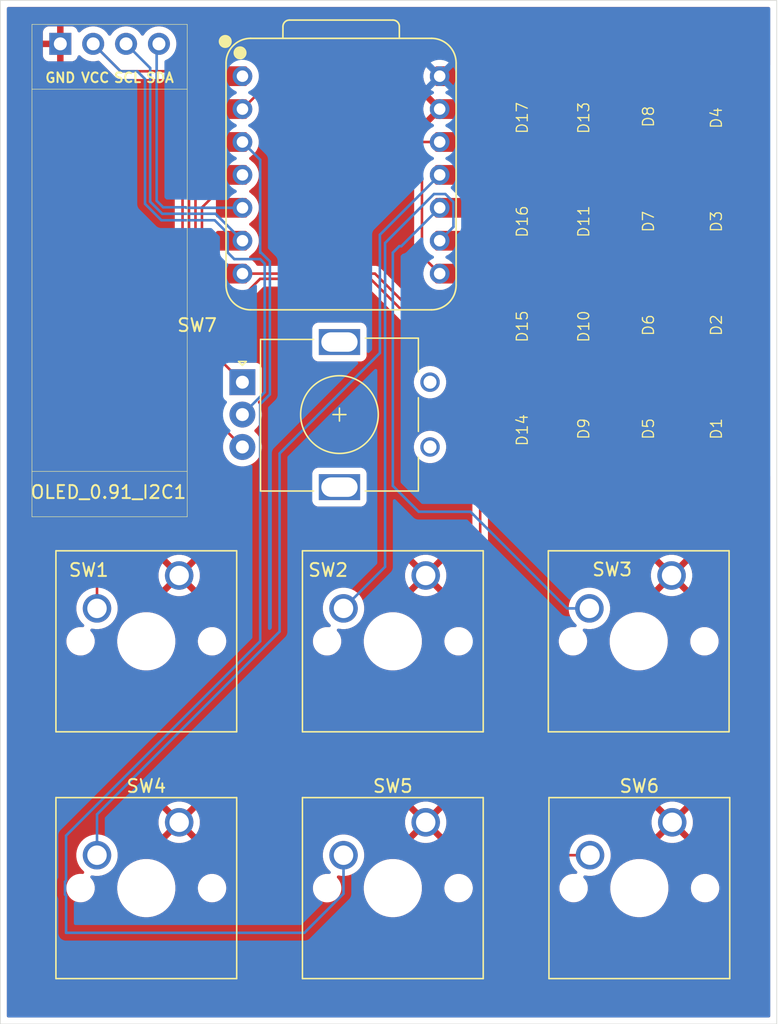
<source format=kicad_pcb>
(kicad_pcb (version 20241229) (generator "pcbnew") (generator_version "9.0")
  (layers (0 "F.Cu" signal) (2 "B.Cu" signal) (13 "F.Paste" user) (15 "B.Paste" user) (5 "F.SilkS" user "F.Silkscreen") (7 "B.SilkS" user "B.Silkscreen") (1 "F.Mask" user) (3 "B.Mask" user) (25 "Edge.Cuts" user))
  (net 0 "")
  (net 1 "Net-(D1-DOUT)")
  (net 2 "GND")
  (net 3 "Net-(D1-DIN)")
  (net 4 "+5V")
  (net 5 "Net-(D2-DOUT)")
  (net 6 "+3.3V")
  (net 7 "Net-(OLED_0.91_I2C1-SDA)")
  (net 8 "Net-(OLED_0.91_I2C1-SCL)")
  (net 9 "Net-(U1-GPIO1{slash}RX)")
  (net 10 "Net-(U1-GPIO2{slash}SCK)")
  (net 11 "Net-(U1-GPIO4{slash}MISO)")
  (net 12 "Net-(U1-GPIO3{slash}MOSI)")
  (net 13 "Net-(U1-GPIO28{slash}ADC2{slash}A2)")
  (net 14 "Net-(U1-GPIO29{slash}ADC3{slash}A3)")
  (net 15 "Net-(U1-GPIO27{slash}ADC1{slash}A1)")
  (net 16 "Net-(U1-GPIO26{slash}ADC0{slash}A0)")
  (net 17 "Net-(D4-DOUT)")
  (net 18 "Net-(D15-DOUT)")
  (net 19 "Net-(D14-DOUT)")
  (net 20 "Net-(D10-DIN)")
  (net 21 "Net-(D8-DOUT)")
  (net 22 "Net-(D7-DOUT)")
  (net 23 "Net-(D6-DOUT)")
  (net 24 "Net-(D5-DOUT)")
  (net 25 "Net-(D3-DOUT)")
  (net 26 "Net-(D10-DOUT)")
  (net 27 "Net-(D11-DOUT)")
  (net 28 "Net-(D16-DOUT)")
  (net 30 "Net-(D13-DOUT)")
  (footprint "SK6812-E:LED_SK6812-E" (layer "F.Cu") (at 145.25 66.6 90)
    (property "Reference" "D3" (at 0 0 90) (layer "F.SilkS") (effects (font (size 0.85 0.85) (thickness 0.1))))
    (property "Value" "SK6812-E" (hide yes))
    (pad "1" smd rect (at 2.6 -0.75 90) (size 1.8 0.82) (layers "F.Cu" "F.Mask" "F.Paste") (net 4 "+5V"))
    (pad "2" smd rect (at 2.6 0.75 90) (size 1.8 0.82) (layers "F.Cu" "F.Mask" "F.Paste") (net 25 "Net-(D3-DOUT)"))
    (pad "3" smd rect (at -2.6 0.75 90) (size 1.8 0.82) (layers "F.Cu" "F.Mask" "F.Paste") (net 2 "GND"))
    (pad "4" smd rect (at -2.6 -0.75 90) (size 1.8 0.82) (layers "F.Cu" "F.Mask" "F.Paste") (net 5 "Net-(D2-DOUT)"))
  )
  (footprint "SK6812-E:LED_SK6812-E" (layer "F.Cu") (at 135 82.6 90)
    (property "Reference" "D9" (at 0 0 90) (layer "F.SilkS") (effects (font (size 0.85 0.85) (thickness 0.1))))
    (property "Value" "SK6812-E" (hide yes))
    (pad "1" smd rect (at 2.6 -0.75 90) (size 1.8 0.82) (layers "F.Cu" "F.Mask" "F.Paste") (net 4 "+5V"))
    (pad "2" smd rect (at 2.6 0.75 90) (size 1.8 0.82) (layers "F.Cu" "F.Mask" "F.Paste") (net 20 "Net-(D10-DIN)"))
    (pad "3" smd rect (at -2.6 0.75 90) (size 1.8 0.82) (layers "F.Cu" "F.Mask" "F.Paste") (net 2 "GND"))
    (pad "4" smd rect (at -2.6 -0.75 90) (size 1.8 0.82) (layers "F.Cu" "F.Mask" "F.Paste") (net 21 "Net-(D8-DOUT)"))
  )
  (footprint "Button_Switch_Keyboard:SW_Cherry_MX_1.00u_PCB" (layer "F.Cu") (at 122.79 112.97)
    (property "Reference" "SW5" (at -2.54 -2.794 0) (layer "F.SilkS"))
    (property "Value" "SW_Push")
    (fp_line (start -9.525 -1.905) (end 4.445 -1.905) (stroke (width 0.12)) (layer "F.SilkS"))
    (fp_line (start -9.525 12.065) (end -9.525 -1.905) (stroke (width 0.12)) (layer "F.SilkS"))
    (fp_line (start 4.445 -1.905) (end 4.445 12.065) (stroke (width 0.12)) (layer "F.SilkS"))
    (fp_line (start 4.445 12.065) (end -9.525 12.065) (stroke (width 0.12)) (layer "F.SilkS"))
    (pad "" np_thru_hole circle (at -7.62 5.08) (size 1.7 1.7) (drill 1.7) (layers "*.Cu" "*.Mask"))
    (pad "" np_thru_hole circle (at -2.54 5.08) (size 4 4) (drill 4) (layers "*.Cu" "*.Mask"))
    (pad "" np_thru_hole circle (at 2.54 5.08) (size 1.7 1.7) (drill 1.7) (layers "*.Cu" "*.Mask"))
    (pad "1" thru_hole circle (at 0 0) (size 2.2 2.2) (drill 1.5) (layers "*.Cu" "*.Mask") (net 2 "GND"))
    (pad "2" thru_hole circle (at -6.35 2.54) (size 2.2 2.2) (drill 1.5) (layers "*.Cu" "*.Mask") (net 13 "Net-(U1-GPIO28{slash}ADC2{slash}A2)"))
  )
  (footprint "SK6812-E:LED_SK6812-E" (layer "F.Cu") (at 140 66.6 90)
    (property "Reference" "D7" (at 0 0 90) (layer "F.SilkS") (effects (font (size 0.85 0.85) (thickness 0.1))))
    (property "Value" "SK6812-E" (hide yes))
    (pad "1" smd rect (at 2.6 -0.75 90) (size 1.8 0.82) (layers "F.Cu" "F.Mask" "F.Paste") (net 4 "+5V"))
    (pad "2" smd rect (at 2.6 0.75 90) (size 1.8 0.82) (layers "F.Cu" "F.Mask" "F.Paste") (net 22 "Net-(D7-DOUT)"))
    (pad "3" smd rect (at -2.6 0.75 90) (size 1.8 0.82) (layers "F.Cu" "F.Mask" "F.Paste") (net 2 "GND"))
    (pad "4" smd rect (at -2.6 -0.75 90) (size 1.8 0.82) (layers "F.Cu" "F.Mask" "F.Paste") (net 23 "Net-(D6-DOUT)"))
  )
  (footprint "SK6812-E:LED_SK6812-E" (layer "F.Cu") (at 135 58.6 90)
    (property "Reference" "D13" (at 0 0 90) (layer "F.SilkS") (effects (font (size 0.85 0.85) (thickness 0.1))))
    (property "Value" "SK6812-E" (hide yes))
    (pad "1" smd rect (at 2.6 -0.75 90) (size 1.8 0.82) (layers "F.Cu" "F.Mask" "F.Paste") (net 4 "+5V"))
    (pad "2" smd rect (at 2.6 0.75 90) (size 1.8 0.82) (layers "F.Cu" "F.Mask" "F.Paste") (net 30 "Net-(D13-DOUT)"))
    (pad "3" smd rect (at -2.6 0.75 90) (size 1.8 0.82) (layers "F.Cu" "F.Mask" "F.Paste") (net 2 "GND"))
    (pad "4" smd rect (at -2.6 -0.75 90) (size 1.8 0.82) (layers "F.Cu" "F.Mask" "F.Paste") (net 27 "Net-(D11-DOUT)"))
  )
  (footprint "SK6812-E:LED_SK6812-E" (layer "F.Cu") (at 140 82.6 90)
    (property "Reference" "D5" (at 0 0 90) (layer "F.SilkS") (effects (font (size 0.85 0.85) (thickness 0.1))))
    (property "Value" "SK6812-E" (hide yes))
    (pad "1" smd rect (at 2.6 -0.75 90) (size 1.8 0.82) (layers "F.Cu" "F.Mask" "F.Paste") (net 4 "+5V"))
    (pad "2" smd rect (at 2.6 0.75 90) (size 1.8 0.82) (layers "F.Cu" "F.Mask" "F.Paste") (net 24 "Net-(D5-DOUT)"))
    (pad "3" smd rect (at -2.6 0.75 90) (size 1.8 0.82) (layers "F.Cu" "F.Mask" "F.Paste") (net 2 "GND"))
    (pad "4" smd rect (at -2.6 -0.75 90) (size 1.8 0.82) (layers "F.Cu" "F.Mask" "F.Paste") (net 17 "Net-(D4-DOUT)"))
  )
  (footprint "SK6812-E:LED_SK6812-E" (layer "F.Cu") (at 130.25 82.7 90)
    (property "Reference" "D14" (at 0 0 90) (layer "F.SilkS") (effects (font (size 0.85 0.85) (thickness 0.1))))
    (property "Value" "SK6812-E" (hide yes))
    (pad "1" smd rect (at 2.6 -0.75 90) (size 1.8 0.82) (layers "F.Cu" "F.Mask" "F.Paste") (net 4 "+5V"))
    (pad "2" smd rect (at 2.6 0.75 90) (size 1.8 0.82) (layers "F.Cu" "F.Mask" "F.Paste") (net 19 "Net-(D14-DOUT)"))
    (pad "3" smd rect (at -2.6 0.75 90) (size 1.8 0.82) (layers "F.Cu" "F.Mask" "F.Paste") (net 2 "GND"))
    (pad "4" smd rect (at -2.6 -0.75 90) (size 1.8 0.82) (layers "F.Cu" "F.Mask" "F.Paste") (net 30 "Net-(D13-DOUT)"))
  )
  (footprint "SK6812-E:LED_SK6812-E" (layer "F.Cu") (at 130.25 74.7 90)
    (property "Reference" "D15" (at 0 0 90) (layer "F.SilkS") (effects (font (size 0.85 0.85) (thickness 0.1))))
    (property "Value" "SK6812-E" (hide yes))
    (pad "1" smd rect (at 2.6 -0.75 90) (size 1.8 0.82) (layers "F.Cu" "F.Mask" "F.Paste") (net 4 "+5V"))
    (pad "2" smd rect (at 2.6 0.75 90) (size 1.8 0.82) (layers "F.Cu" "F.Mask" "F.Paste") (net 18 "Net-(D15-DOUT)"))
    (pad "3" smd rect (at -2.6 0.75 90) (size 1.8 0.82) (layers "F.Cu" "F.Mask" "F.Paste") (net 2 "GND"))
    (pad "4" smd rect (at -2.6 -0.75 90) (size 1.8 0.82) (layers "F.Cu" "F.Mask" "F.Paste") (net 19 "Net-(D14-DOUT)"))
  )
  (footprint "Button_Switch_Keyboard:SW_Cherry_MX_1.00u_PCB" (layer "F.Cu") (at 141.84 112.97)
    (property "Reference" "SW6" (at -2.54 -2.794 0) (layer "F.SilkS"))
    (property "Value" "SW_Push")
    (fp_line (start -9.525 -1.905) (end 4.445 -1.905) (stroke (width 0.12)) (layer "F.SilkS"))
    (fp_line (start -9.525 12.065) (end -9.525 -1.905) (stroke (width 0.12)) (layer "F.SilkS"))
    (fp_line (start 4.445 -1.905) (end 4.445 12.065) (stroke (width 0.12)) (layer "F.SilkS"))
    (fp_line (start 4.445 12.065) (end -9.525 12.065) (stroke (width 0.12)) (layer "F.SilkS"))
    (pad "" np_thru_hole circle (at -7.62 5.08) (size 1.7 1.7) (drill 1.7) (layers "*.Cu" "*.Mask"))
    (pad "" np_thru_hole circle (at -2.54 5.08) (size 4 4) (drill 4) (layers "*.Cu" "*.Mask"))
    (pad "" np_thru_hole circle (at 2.54 5.08) (size 1.7 1.7) (drill 1.7) (layers "*.Cu" "*.Mask"))
    (pad "1" thru_hole circle (at 0 0) (size 2.2 2.2) (drill 1.5) (layers "*.Cu" "*.Mask") (net 2 "GND"))
    (pad "2" thru_hole circle (at -6.35 2.54) (size 2.2 2.2) (drill 1.5) (layers "*.Cu" "*.Mask") (net 14 "Net-(U1-GPIO29{slash}ADC3{slash}A3)"))
  )
  (footprint "SK6812-E:LED_SK6812-E" (layer "F.Cu") (at 130.25 66.6 90)
    (property "Reference" "D16" (at 0 0 90) (layer "F.SilkS") (effects (font (size 0.85 0.85) (thickness 0.1))))
    (property "Value" "SK6812-E" (hide yes))
    (pad "1" smd rect (at 2.6 -0.75 90) (size 1.8 0.82) (layers "F.Cu" "F.Mask" "F.Paste") (net 4 "+5V"))
    (pad "2" smd rect (at 2.6 0.75 90) (size 1.8 0.82) (layers "F.Cu" "F.Mask" "F.Paste") (net 28 "Net-(D16-DOUT)"))
    (pad "3" smd rect (at -2.6 0.75 90) (size 1.8 0.82) (layers "F.Cu" "F.Mask" "F.Paste") (net 2 "GND"))
    (pad "4" smd rect (at -2.6 -0.75 90) (size 1.8 0.82) (layers "F.Cu" "F.Mask" "F.Paste") (net 18 "Net-(D15-DOUT)"))
  )
  (footprint "SK6812-E:LED_SK6812-E" (layer "F.Cu") (at 145.25 58.6 90)
    (property "Reference" "D4" (at 0 0 90) (layer "F.SilkS") (effects (font (size 0.85 0.85) (thickness 0.1))))
    (property "Value" "SK6812-E" (hide yes))
    (pad "1" smd rect (at 2.6 -0.75 90) (size 1.8 0.82) (layers "F.Cu" "F.Mask" "F.Paste") (net 4 "+5V"))
    (pad "2" smd rect (at 2.6 0.75 90) (size 1.8 0.82) (layers "F.Cu" "F.Mask" "F.Paste") (net 17 "Net-(D4-DOUT)"))
    (pad "3" smd rect (at -2.6 0.75 90) (size 1.8 0.82) (layers "F.Cu" "F.Mask" "F.Paste") (net 2 "GND"))
    (pad "4" smd rect (at -2.6 -0.75 90) (size 1.8 0.82) (layers "F.Cu" "F.Mask" "F.Paste") (net 25 "Net-(D3-DOUT)"))
  )
  (footprint "Button_Switch_Keyboard:SW_Cherry_MX_1.00u_PCB" (layer "F.Cu") (at 103.74 93.92)
    (property "Reference" "SW1" (at -6.99 -0.42 0) (layer "F.SilkS"))
    (property "Value" "SW_Push")
    (fp_line (start -9.525 -1.905) (end 4.445 -1.905) (stroke (width 0.12)) (layer "F.SilkS"))
    (fp_line (start -9.525 12.065) (end -9.525 -1.905) (stroke (width 0.12)) (layer "F.SilkS"))
    (fp_line (start 4.445 -1.905) (end 4.445 12.065) (stroke (width 0.12)) (layer "F.SilkS"))
    (fp_line (start 4.445 12.065) (end -9.525 12.065) (stroke (width 0.12)) (layer "F.SilkS"))
    (pad "" np_thru_hole circle (at -7.62 5.08) (size 1.7 1.7) (drill 1.7) (layers "*.Cu" "*.Mask"))
    (pad "" np_thru_hole circle (at -2.54 5.08) (size 4 4) (drill 4) (layers "*.Cu" "*.Mask"))
    (pad "" np_thru_hole circle (at 2.54 5.08) (size 1.7 1.7) (drill 1.7) (layers "*.Cu" "*.Mask"))
    (pad "1" thru_hole circle (at 0 0) (size 2.2 2.2) (drill 1.5) (layers "*.Cu" "*.Mask") (net 2 "GND"))
    (pad "2" thru_hole circle (at -6.35 2.54) (size 2.2 2.2) (drill 1.5) (layers "*.Cu" "*.Mask") (net 9 "Net-(U1-GPIO1{slash}RX)"))
  )
  (footprint "Rotary_Encoder:SSD1306-0.91-OLED-4pin-128x32" (layer "F.Cu") (at 92.365 89.385 90)
    (property "Reference" "OLED_0.91_I2C1" (at 1.9 5.91 0) (layer "F.SilkS"))
    (property "Value" "~")
    (fp_line (start 38 0) (end 0 0) (stroke (width 0.04)) (layer "F.SilkS"))
    (fp_line (start 33 0) (end 33 12) (stroke (width 0.04)) (layer "F.SilkS"))
    (fp_line (start 3.5 0) (end 3.5 12) (stroke (width 0.04)) (layer "F.SilkS"))
    (fp_line (start 0 0) (end 0 12) (stroke (width 0.04)) (layer "F.SilkS"))
    (fp_line (start 38 12) (end 38 0) (stroke (width 0.04)) (layer "F.SilkS"))
    (fp_line (start 0 12) (end 38 12) (stroke (width 0.04)) (layer "F.SilkS"))
    (fp_text user "SDA" (at 33.885 9.885 0) (layer "F.SilkS") (effects (font (size 0.75 0.75))))
    (fp_text user "GND" (at 33.885 2.19 0) (layer "F.SilkS") (effects (font (size 0.75 0.75))))
    (fp_text user "SCL" (at 33.885 7.385 0) (layer "F.SilkS") (effects (font (size 0.75 0.75))))
    (fp_text user "VCC" (at 33.885 4.885 0) (layer "F.SilkS") (effects (font (size 0.75 0.75))))
    (pad "1" thru_hole rect (at 36.5 2.19 90) (size 1.7 1.7) (drill 1) (layers "*.Cu" "*.Mask") (net 2 "GND"))
    (pad "2" thru_hole oval (at 36.5 4.73 90) (size 1.7 1.7) (drill 1) (layers "*.Cu" "*.Mask") (net 6 "+3.3V"))
    (pad "3" thru_hole oval (at 36.5 7.27 90) (size 1.7 1.7) (drill 1) (layers "*.Cu" "*.Mask") (net 8 "Net-(OLED_0.91_I2C1-SCL)"))
    (pad "4" thru_hole oval (at 36.5 9.81 90) (size 1.7 1.7) (drill 1) (layers "*.Cu" "*.Mask") (net 7 "Net-(OLED_0.91_I2C1-SDA)"))
  )
  (footprint "SK6812-E:LED_SK6812-E" (layer "F.Cu") (at 145.25 82.6 90)
    (property "Reference" "D1" (at 0 0 90) (layer "F.SilkS") (effects (font (size 0.85 0.85) (thickness 0.1))))
    (property "Value" "SK6812-E" (hide yes))
    (pad "1" smd rect (at 2.6 -0.75 90) (size 1.8 0.82) (layers "F.Cu" "F.Mask" "F.Paste") (net 4 "+5V"))
    (pad "2" smd rect (at 2.6 0.75 90) (size 1.8 0.82) (layers "F.Cu" "F.Mask" "F.Paste") (net 1 "Net-(D1-DOUT)"))
    (pad "3" smd rect (at -2.6 0.75 90) (size 1.8 0.82) (layers "F.Cu" "F.Mask" "F.Paste") (net 2 "GND"))
    (pad "4" smd rect (at -2.6 -0.75 90) (size 1.8 0.82) (layers "F.Cu" "F.Mask" "F.Paste") (net 3 "Net-(D1-DIN)"))
  )
  (footprint "SK6812-E:LED_SK6812-E" (layer "F.Cu") (at 135 74.7 90)
    (property "Reference" "D10" (at 0 0 90) (layer "F.SilkS") (effects (font (size 0.85 0.85) (thickness 0.1))))
    (property "Value" "SK6812-E" (hide yes))
    (pad "1" smd rect (at 2.6 -0.75 90) (size 1.8 0.82) (layers "F.Cu" "F.Mask" "F.Paste") (net 4 "+5V"))
    (pad "2" smd rect (at 2.6 0.75 90) (size 1.8 0.82) (layers "F.Cu" "F.Mask" "F.Paste") (net 26 "Net-(D10-DOUT)"))
    (pad "3" smd rect (at -2.6 0.75 90) (size 1.8 0.82) (layers "F.Cu" "F.Mask" "F.Paste") (net 2 "GND"))
    (pad "4" smd rect (at -2.6 -0.75 90) (size 1.8 0.82) (layers "F.Cu" "F.Mask" "F.Paste") (net 20 "Net-(D10-DIN)"))
  )
  (footprint "Button_Switch_Keyboard:SW_Cherry_MX_1.00u_PCB" (layer "F.Cu") (at 141.79 93.92)
    (property "Reference" "SW3" (at -4.59 -0.46 0) (layer "F.SilkS"))
    (property "Value" "SW_Push")
    (fp_line (start -9.525 -1.905) (end 4.445 -1.905) (stroke (width 0.12)) (layer "F.SilkS"))
    (fp_line (start -9.525 12.065) (end -9.525 -1.905) (stroke (width 0.12)) (layer "F.SilkS"))
    (fp_line (start 4.445 -1.905) (end 4.445 12.065) (stroke (width 0.12)) (layer "F.SilkS"))
    (fp_line (start 4.445 12.065) (end -9.525 12.065) (stroke (width 0.12)) (layer "F.SilkS"))
    (pad "" np_thru_hole circle (at -7.62 5.08) (size 1.7 1.7) (drill 1.7) (layers "*.Cu" "*.Mask"))
    (pad "" np_thru_hole circle (at -2.54 5.08) (size 4 4) (drill 4) (layers "*.Cu" "*.Mask"))
    (pad "" np_thru_hole circle (at 2.54 5.08) (size 1.7 1.7) (drill 1.7) (layers "*.Cu" "*.Mask"))
    (pad "1" thru_hole circle (at 0 0) (size 2.2 2.2) (drill 1.5) (layers "*.Cu" "*.Mask") (net 2 "GND"))
    (pad "2" thru_hole circle (at -6.35 2.54) (size 2.2 2.2) (drill 1.5) (layers "*.Cu" "*.Mask") (net 11 "Net-(U1-GPIO4{slash}MISO)"))
  )
  (footprint "SK6812-E:LED_SK6812-E" (layer "F.Cu") (at 145.25 74.6 90)
    (property "Reference" "D2" (at 0 0 90) (layer "F.SilkS") (effects (font (size 0.85 0.85) (thickness 0.1))))
    (property "Value" "SK6812-E" (hide yes))
    (pad "1" smd rect (at 2.6 -0.75 90) (size 1.8 0.82) (layers "F.Cu" "F.Mask" "F.Paste") (net 4 "+5V"))
    (pad "2" smd rect (at 2.6 0.75 90) (size 1.8 0.82) (layers "F.Cu" "F.Mask" "F.Paste") (net 5 "Net-(D2-DOUT)"))
    (pad "3" smd rect (at -2.6 0.75 90) (size 1.8 0.82) (layers "F.Cu" "F.Mask" "F.Paste") (net 2 "GND"))
    (pad "4" smd rect (at -2.6 -0.75 90) (size 1.8 0.82) (layers "F.Cu" "F.Mask" "F.Paste") (net 1 "Net-(D1-DOUT)"))
  )
  (footprint "Button_Switch_Keyboard:SW_Cherry_MX_1.00u_PCB" (layer "F.Cu") (at 103.74 112.97)
    (property "Reference" "SW4" (at -2.54 -2.794 0) (layer "F.SilkS"))
    (property "Value" "SW_Push")
    (fp_line (start -9.525 -1.905) (end 4.445 -1.905) (stroke (width 0.12)) (layer "F.SilkS"))
    (fp_line (start -9.525 12.065) (end -9.525 -1.905) (stroke (width 0.12)) (layer "F.SilkS"))
    (fp_line (start 4.445 -1.905) (end 4.445 12.065) (stroke (width 0.12)) (layer "F.SilkS"))
    (fp_line (start 4.445 12.065) (end -9.525 12.065) (stroke (width 0.12)) (layer "F.SilkS"))
    (pad "" np_thru_hole circle (at -7.62 5.08) (size 1.7 1.7) (drill 1.7) (layers "*.Cu" "*.Mask"))
    (pad "" np_thru_hole circle (at -2.54 5.08) (size 4 4) (drill 4) (layers "*.Cu" "*.Mask"))
    (pad "" np_thru_hole circle (at 2.54 5.08) (size 1.7 1.7) (drill 1.7) (layers "*.Cu" "*.Mask"))
    (pad "1" thru_hole circle (at 0 0) (size 2.2 2.2) (drill 1.5) (layers "*.Cu" "*.Mask") (net 2 "GND"))
    (pad "2" thru_hole circle (at -6.35 2.54) (size 2.2 2.2) (drill 1.5) (layers "*.Cu" "*.Mask") (net 12 "Net-(U1-GPIO3{slash}MOSI)"))
  )
  (footprint "SK6812-E:LED_SK6812-E" (layer "F.Cu") (at 140 74.6 90)
    (property "Reference" "D6" (at 0 0 90) (layer "F.SilkS") (effects (font (size 0.85 0.85) (thickness 0.1))))
    (property "Value" "SK6812-E" (hide yes))
    (pad "1" smd rect (at 2.6 -0.75 90) (size 1.8 0.82) (layers "F.Cu" "F.Mask" "F.Paste") (net 4 "+5V"))
    (pad "2" smd rect (at 2.6 0.75 90) (size 1.8 0.82) (layers "F.Cu" "F.Mask" "F.Paste") (net 23 "Net-(D6-DOUT)"))
    (pad "3" smd rect (at -2.6 0.75 90) (size 1.8 0.82) (layers "F.Cu" "F.Mask" "F.Paste") (net 2 "GND"))
    (pad "4" smd rect (at -2.6 -0.75 90) (size 1.8 0.82) (layers "F.Cu" "F.Mask" "F.Paste") (net 24 "Net-(D5-DOUT)"))
  )
  (footprint "SK6812-E:LED_SK6812-E" (layer "F.Cu") (at 140 58.5 90)
    (property "Reference" "D8" (at 0 0 90) (layer "F.SilkS") (effects (font (size 0.85 0.85) (thickness 0.1))))
    (property "Value" "SK6812-E" (hide yes))
    (pad "1" smd rect (at 2.6 -0.75 90) (size 1.8 0.82) (layers "F.Cu" "F.Mask" "F.Paste") (net 4 "+5V"))
    (pad "2" smd rect (at 2.6 0.75 90) (size 1.8 0.82) (layers "F.Cu" "F.Mask" "F.Paste") (net 21 "Net-(D8-DOUT)"))
    (pad "3" smd rect (at -2.6 0.75 90) (size 1.8 0.82) (layers "F.Cu" "F.Mask" "F.Paste") (net 2 "GND"))
    (pad "4" smd rect (at -2.6 -0.75 90) (size 1.8 0.82) (layers "F.Cu" "F.Mask" "F.Paste") (net 22 "Net-(D7-DOUT)"))
  )
  (footprint "SK6812-E:LED_SK6812-E" (layer "F.Cu") (at 130.25 58.6 90)
    (property "Reference" "D17" (at 0 0 90) (layer "F.SilkS") (effects (font (size 0.85 0.85) (thickness 0.1))))
    (property "Value" "SK6812-E" (hide yes))
    (pad "1" smd rect (at 2.6 -0.75 90) (size 1.8 0.82) (layers "F.Cu" "F.Mask" "F.Paste") (net 4 "+5V"))
    (pad "2" smd rect (at 2.6 0.75 90) (size 1.8 0.82) (layers "F.Cu" "F.Mask" "F.Paste"))
    (pad "3" smd rect (at -2.6 0.75 90) (size 1.8 0.82) (layers "F.Cu" "F.Mask" "F.Paste") (net 2 "GND"))
    (pad "4" smd rect (at -2.6 -0.75 90) (size 1.8 0.82) (layers "F.Cu" "F.Mask" "F.Paste") (net 28 "Net-(D16-DOUT)"))
  )
  (footprint "SK6812-E:LED_SK6812-E" (layer "F.Cu") (at 135 66.6 90)
    (property "Reference" "D11" (at 0 0 90) (layer "F.SilkS") (effects (font (size 0.85 0.85) (thickness 0.1))))
    (property "Value" "SK6812-E" (hide yes))
    (pad "1" smd rect (at 2.6 -0.75 90) (size 1.8 0.82) (layers "F.Cu" "F.Mask" "F.Paste") (net 4 "+5V"))
    (pad "2" smd rect (at 2.6 0.75 90) (size 1.8 0.82) (layers "F.Cu" "F.Mask" "F.Paste") (net 27 "Net-(D11-DOUT)"))
    (pad "3" smd rect (at -2.6 0.75 90) (size 1.8 0.82) (layers "F.Cu" "F.Mask" "F.Paste") (net 2 "GND"))
    (pad "4" smd rect (at -2.6 -0.75 90) (size 1.8 0.82) (layers "F.Cu" "F.Mask" "F.Paste") (net 26 "Net-(D10-DOUT)"))
  )
  (footprint "Button_Switch_Keyboard:SW_Cherry_MX_1.00u_PCB" (layer "F.Cu") (at 122.79 93.92)
    (property "Reference" "SW2" (at -7.54 -0.42 0) (layer "F.SilkS"))
    (property "Value" "SW_Push")
    (fp_line (start -9.525 -1.905) (end 4.445 -1.905) (stroke (width 0.12)) (layer "F.SilkS"))
    (fp_line (start -9.525 12.065) (end -9.525 -1.905) (stroke (width 0.12)) (layer "F.SilkS"))
    (fp_line (start 4.445 -1.905) (end 4.445 12.065) (stroke (width 0.12)) (layer "F.SilkS"))
    (fp_line (start 4.445 12.065) (end -9.525 12.065) (stroke (width 0.12)) (layer "F.SilkS"))
    (pad "" np_thru_hole circle (at -7.62 5.08) (size 1.7 1.7) (drill 1.7) (layers "*.Cu" "*.Mask"))
    (pad "" np_thru_hole circle (at -2.54 5.08) (size 4 4) (drill 4) (layers "*.Cu" "*.Mask"))
    (pad "" np_thru_hole circle (at 2.54 5.08) (size 1.7 1.7) (drill 1.7) (layers "*.Cu" "*.Mask"))
    (pad "1" thru_hole circle (at 0 0) (size 2.2 2.2) (drill 1.5) (layers "*.Cu" "*.Mask") (net 2 "GND"))
    (pad "2" thru_hole circle (at -6.35 2.54) (size 2.2 2.2) (drill 1.5) (layers "*.Cu" "*.Mask") (net 10 "Net-(U1-GPIO2{slash}SCK)"))
  )
  (footprint "Rotary_Encoder:RotaryEncoder_Alps_EC11E_Vertical_H20mm" (layer "F.Cu") (at 108.625 79)
    (property "Reference" "SW7" (at -3.5 -4.4 0) (layer "F.SilkS"))
    (property "Value" "RotaryEncoder")
    (fp_line (start -0.3 -1.6) (end 0.3 -1.6) (stroke (width 0.12)) (layer "F.SilkS"))
    (fp_line (start 0 -1.3) (end -0.3 -1.6) (stroke (width 0.12)) (layer "F.SilkS"))
    (fp_line (start 0.3 -1.6) (end 0 -1.3) (stroke (width 0.12)) (layer "F.SilkS"))
    (fp_line (start 1.4 -3.3) (end 1.4 8.4) (stroke (width 0.12)) (layer "F.SilkS"))
    (fp_line (start 5.5 -3.3) (end 1.4 -3.3) (stroke (width 0.12)) (layer "F.SilkS"))
    (fp_line (start 5.5 8.4) (end 1.4 8.4) (stroke (width 0.12)) (layer "F.SilkS"))
    (fp_line (start 7 2.5) (end 8 2.5) (stroke (width 0.12)) (layer "F.SilkS"))
    (fp_line (start 7.5 2) (end 7.5 3) (stroke (width 0.12)) (layer "F.SilkS"))
    (fp_line (start 9.5 -3.4) (end 13.6 -3.4) (stroke (width 0.12)) (layer "F.SilkS"))
    (fp_line (start 13.6 -3.4) (end 13.6 -0.8) (stroke (width 0.12)) (layer "F.SilkS"))
    (fp_line (start 13.6 1.2) (end 13.6 3.8) (stroke (width 0.12)) (layer "F.SilkS"))
    (fp_line (start 13.6 5.8) (end 13.6 8.4) (stroke (width 0.12)) (layer "F.SilkS"))
    (fp_line (start 13.6 8.4) (end 9.5 8.4) (stroke (width 0.12)) (layer "F.SilkS"))
    (fp_circle (center 7.5 2.5) (end 10.5 2.5) (stroke (width 0.12)) (fill no) (layer "F.SilkS"))
    (pad "" thru_hole circle (at 14.5 0) (size 1.5 1.5) (drill 1) (layers "*.Cu" "*.Mask"))
    (pad "" thru_hole circle (at 14.5 5) (size 1.5 1.5) (drill 1) (layers "*.Cu" "*.Mask"))
    (pad "A" thru_hole rect (at 0 0) (size 2 2) (drill 1) (layers "*.Cu" "*.Mask") (net 16 "Net-(U1-GPIO26{slash}ADC0{slash}A0)"))
    (pad "B" thru_hole circle (at 0 5) (size 2 2) (drill 1) (layers "*.Cu" "*.Mask") (net 15 "Net-(U1-GPIO27{slash}ADC1{slash}A1)"))
    (pad "C" thru_hole circle (at 0 2.5) (size 2 2) (drill 1) (layers "*.Cu" "*.Mask") (net 6 "+3.3V"))
    (pad "MP" thru_hole rect (at 7.5 -3.1) (size 3.2 2) (drill oval 2.8 1.5) (layers "*.Cu" "*.Mask"))
    (pad "MP" thru_hole rect (at 7.5 8.1) (size 3.2 2) (drill oval 2.8 1.5) (layers "*.Cu" "*.Mask"))
  )
  (footprint "OPL:XIAO-RP2040-DIP" (layer "F.Cu") (at 116.25 63)
    (property "Reference" "U1" (hide yes))
    (property "Value" "XIAO-RP2040-DIP" (hide yes))
    (fp_line (start -8.89 8.509) (end -8.89 -8.636) (stroke (width 0.127)) (layer "F.SilkS"))
    (fp_line (start -6.985 10.414) (end 6.985 10.414) (stroke (width 0.127)) (layer "F.SilkS"))
    (fp_line (start -4.495 -10.541) (end -4.491272 -11.451272) (stroke (width 0.127)) (layer "F.SilkS"))
    (fp_line (start -3.991272 -11.951) (end 4.004 -11.951) (stroke (width 0.127)) (layer "F.SilkS"))
    (fp_line (start 4.504 -11.451) (end 4.504 -10.541) (stroke (width 0.127)) (layer "F.SilkS"))
    (fp_line (start 6.985 -10.541) (end -6.985 -10.541) (stroke (width 0.1)) (layer "F.SilkS"))
    (fp_line (start 6.985 -10.541) (end -6.985 -10.541) (stroke (width 0.127)) (layer "F.SilkS"))
    (fp_line (start 8.89 8.509) (end 8.89 -8.636) (stroke (width 0.127)) (layer "F.SilkS"))
    (fp_arc (start -8.89 -8.636) (mid -8.332038 -9.983038) (end -6.985 -10.541) (stroke (width 0.127)) (layer "F.SilkS"))
    (fp_arc (start -6.985 10.414) (mid -8.332038 9.856038) (end -8.89 8.509) (stroke (width 0.127)) (layer "F.SilkS"))
    (fp_arc (start -4.491272 -11.451272) (mid -4.344728 -11.80464) (end -3.991272 -11.951) (stroke (width 0.127)) (layer "F.SilkS"))
    (fp_arc (start 4.004 -11.951) (mid 4.357553 -11.804553) (end 4.504 -11.451) (stroke (width 0.127)) (layer "F.SilkS"))
    (fp_arc (start 6.985 -10.541) (mid 8.332038 -9.983038) (end 8.89 -8.636) (stroke (width 0.127)) (layer "F.SilkS"))
    (fp_arc (start 8.89 8.509) (mid 8.332038 9.856038) (end 6.985 10.414) (stroke (width 0.127)) (layer "F.SilkS"))
    (fp_circle (center -8.95 -10.3) (end -8.95 -10.554) (stroke (width 0.5)) (fill yes) (layer "F.SilkS"))
    (fp_circle (center -7.807 -9.42) (end -7.807 -9.674) (stroke (width 0.5)) (fill yes) (layer "F.SilkS"))
    (pad "1" smd roundrect (at -8.455 -7.62 180) (size 2.432 1.524) (layers "F.Cu" "F.Mask") (roundrect_rratio 0.1) (net 16 "Net-(U1-GPIO26{slash}ADC0{slash}A0)"))
    (pad "1" thru_hole circle (at -7.62 -7.62 180) (size 1.524 1.524) (drill 0.889) (layers "*.Cu" "*.Mask") (net 16 "Net-(U1-GPIO26{slash}ADC0{slash}A0)"))
    (pad "2" smd roundrect (at -8.455 -5.08 180) (size 2.432 1.524) (layers "F.Cu" "F.Mask") (roundrect_rratio 0.1) (net 15 "Net-(U1-GPIO27{slash}ADC1{slash}A1)"))
    (pad "2" thru_hole circle (at -7.62 -5.08 180) (size 1.524 1.524) (drill 0.889) (layers "*.Cu" "*.Mask") (net 15 "Net-(U1-GPIO27{slash}ADC1{slash}A1)"))
    (pad "3" smd roundrect (at -8.455 -2.54 180) (size 2.432 1.524) (layers "F.Cu" "F.Mask") (roundrect_rratio 0.1) (net 13 "Net-(U1-GPIO28{slash}ADC2{slash}A2)"))
    (pad "3" thru_hole circle (at -7.62 -2.54 180) (size 1.524 1.524) (drill 0.889) (layers "*.Cu" "*.Mask") (net 13 "Net-(U1-GPIO28{slash}ADC2{slash}A2)"))
    (pad "4" smd roundrect (at -8.455 0 180) (size 2.432 1.524) (layers "F.Cu" "F.Mask") (roundrect_rratio 0.1) (net 14 "Net-(U1-GPIO29{slash}ADC3{slash}A3)"))
    (pad "4" thru_hole circle (at -7.62 0 180) (size 1.524 1.524) (drill 0.889) (layers "*.Cu" "*.Mask") (net 14 "Net-(U1-GPIO29{slash}ADC3{slash}A3)"))
    (pad "5" smd roundrect (at -8.455 2.54 180) (size 2.432 1.524) (layers "F.Cu" "F.Mask") (roundrect_rratio 0.1) (net 7 "Net-(OLED_0.91_I2C1-SDA)"))
    (pad "5" thru_hole circle (at -7.62 2.54 180) (size 1.524 1.524) (drill 0.889) (layers "*.Cu" "*.Mask") (net 7 "Net-(OLED_0.91_I2C1-SDA)"))
    (pad "6" smd roundrect (at -8.455 5.08 180) (size 2.432 1.524) (layers "F.Cu" "F.Mask") (roundrect_rratio 0.1) (net 8 "Net-(OLED_0.91_I2C1-SCL)"))
    (pad "6" thru_hole circle (at -7.62 5.08 180) (size 1.524 1.524) (drill 0.889) (layers "*.Cu" "*.Mask") (net 8 "Net-(OLED_0.91_I2C1-SCL)"))
    (pad "7" smd roundrect (at -8.455 7.62 180) (size 2.432 1.524) (layers "F.Cu" "F.Mask") (roundrect_rratio 0.1) (net 3 "Net-(D1-DIN)"))
    (pad "7" thru_hole circle (at -7.62 7.62 180) (size 1.524 1.524) (drill 0.889) (layers "*.Cu" "*.Mask") (net 3 "Net-(D1-DIN)"))
    (pad "8" thru_hole circle (at 7.62 7.62) (size 1.524 1.524) (drill 0.889) (layers "*.Cu" "*.Mask") (net 9 "Net-(U1-GPIO1{slash}RX)"))
    (pad "8" smd roundrect (at 8.455 7.62) (size 2.432 1.524) (layers "F.Cu" "F.Mask") (roundrect_rratio 0.1) (net 9 "Net-(U1-GPIO1{slash}RX)"))
    (pad "9" thru_hole circle (at 7.62 5.08) (size 1.524 1.524) (drill 0.889) (layers "*.Cu" "*.Mask") (net 10 "Net-(U1-GPIO2{slash}SCK)"))
    (pad "9" smd roundrect (at 8.455 5.08) (size 2.432 1.524) (layers "F.Cu" "F.Mask") (roundrect_rratio 0.1) (net 10 "Net-(U1-GPIO2{slash}SCK)"))
    (pad "10" thru_hole circle (at 7.62 2.54) (size 1.524 1.524) (drill 0.889) (layers "*.Cu" "*.Mask") (net 11 "Net-(U1-GPIO4{slash}MISO)"))
    (pad "10" smd roundrect (at 8.455 2.54) (size 2.432 1.524) (layers "F.Cu" "F.Mask") (roundrect_rratio 0.1) (net 11 "Net-(U1-GPIO4{slash}MISO)"))
    (pad "11" thru_hole circle (at 7.62 0) (size 1.524 1.524) (drill 0.889) (layers "*.Cu" "*.Mask") (net 12 "Net-(U1-GPIO3{slash}MOSI)"))
    (pad "11" smd roundrect (at 8.455 0) (size 2.432 1.524) (layers "F.Cu" "F.Mask") (roundrect_rratio 0.1) (net 12 "Net-(U1-GPIO3{slash}MOSI)"))
    (pad "12" thru_hole circle (at 7.62 -2.54) (size 1.524 1.524) (drill 0.889) (layers "*.Cu" "*.Mask") (net 6 "+3.3V"))
    (pad "12" smd roundrect (at 8.455 -2.54) (size 2.432 1.524) (layers "F.Cu" "F.Mask") (roundrect_rratio 0.1) (net 6 "+3.3V"))
    (pad "13" thru_hole circle (at 7.62 -5.08) (size 1.524 1.524) (drill 0.889) (layers "*.Cu" "*.Mask") (net 2 "GND"))
    (pad "13" smd roundrect (at 8.455 -5.08) (size 2.432 1.524) (layers "F.Cu" "F.Mask") (roundrect_rratio 0.1) (net 2 "GND"))
    (pad "14" thru_hole circle (at 7.62 -7.62) (size 1.524 1.524) (drill 0.889) (layers "*.Cu" "*.Mask") (net 4 "+5V"))
    (pad "14" smd roundrect (at 8.455 -7.62) (size 2.432 1.524) (layers "F.Cu" "F.Mask") (roundrect_rratio 0.1) (net 4 "+5V"))
  )
  (gr_rect (start 89.918625 49.537809) (end 149.918625 128.537809) (stroke (width 0.05)) (fill no) (layer "Edge.Cuts"))
  (segment (start 146 80) (end 146 79.51) (width 0.2) (layer "F.Cu") (net 1))
  (segment (start 146 79.51) (end 144.5 78.01) (width 0.2) (layer "F.Cu") (net 1))
  (segment (start 144.5 78.01) (end 144.5 77.2) (width 0.2) (layer "F.Cu") (net 1))
  (segment (start 146 67.75) (end 146 69.2) (width 0.2) (layer "F.Cu") (net 2))
  (segment (start 133.5 83.5) (end 137 83.5) (width 0.2) (layer "F.Cu") (net 2))
  (segment (start 146 85.2) (end 146.711 84.489) (width 0.2) (layer "F.Cu") (net 2))
  (segment (start 146.711 69.911) (end 146.711 61.911) (width 0.2) (layer "F.Cu") (net 2))
  (segment (start 140.75 69.2) (end 140.75 69) (width 0.2) (layer "F.Cu") (net 2))
  (segment (start 141.8 85.2) (end 140.75 85.2) (width 0.2) (layer "F.Cu") (net 2))
  (segment (start 137 83.5) (end 137 85) (width 0.2) (layer "F.Cu") (net 2))
  (segment (start 137 85) (end 136.8 85.2) (width 0.2) (layer "F.Cu") (net 2))
  (segment (start 146.711 61.911) (end 146 61.2) (width 0.2) (layer "F.Cu") (net 2))
  (segment (start 137 83.5) (end 141.5 83.5) (width 0.2) (layer "F.Cu") (net 2))
  (segment (start 137.25 67) (end 142.75 67) (width 0.2) (layer "F.Cu") (net 2))
  (segment (start 135.75 77.3) (end 135.75 76) (width 0.2) (layer "F.Cu") (net 2))
  (segment (start 142 85) (end 141.8 85.2) (width 0.2) (layer "F.Cu") (net 2))
  (segment (start 141.5 83.5) (end 142 84) (width 0.2) (layer "F.Cu") (net 2))
  (segment (start 133.25 67) (end 137.25 67) (width 0.2) (layer "F.Cu") (net 2))
  (segment (start 131 85.3) (end 132.2 85.3) (width 0.2) (layer "F.Cu") (net 2))
  (segment (start 131.05 69.2) (end 133.25 67) (width 0.2) (layer "F.Cu") (net 2))
  (segment (start 135.75 68.5) (end 137.25 67) (width 0.2) (layer "F.Cu") (net 2))
  (segment (start 146.711 77.911) (end 146.711 69.911) (width 0.2) (layer "F.Cu") (net 2))
  (segment (start 140.75 84.71) (end 140.75 85.2) (width 0.2) (layer "F.Cu") (net 2))
  (segment (start 146.711 77.911) (end 146 77.2) (width 0.2) (layer "F.Cu") (net 2))
  (segment (start 142.75 67) (end 145.25 67) (width 0.2) (layer "F.Cu") (net 2))
  (segment (start 146 61.2) (end 146 60.25) (width 0.2) (layer "F.Cu") (net 2))
  (segment (start 136.8 85.2) (end 135.75 85.2) (width 0.2) (layer "F.Cu") (net 2))
  (segment (start 145.25 67) (end 146 67.75) (width 0.2) (layer "F.Cu") (net 2))
  (segment (start 133 84.5) (end 133 84) (width 0.2) (layer "F.Cu") (net 2))
  (segment (start 146.711 69.911) (end 146 69.2) (width 0.2) (layer "F.Cu") (net 2))
  (segment (start 140.75 69) (end 142.75 67) (width 0.2) (layer "F.Cu") (net 2))
  (segment (start 135.75 69.2) (end 135.75 68.5) (width 0.2) (layer "F.Cu") (net 2))
  (segment (start 132.2 85.3) (end 133 84.5) (width 0.2) (layer "F.Cu") (net 2))
  (segment (start 135.75 84.5) (end 135.75 85.2) (width 0.2) (layer "F.Cu") (net 2))
  (segment (start 146.711 84.489) (end 146.711 77.911) (width 0.2) (layer "F.Cu") (net 2))
  (segment (start 146 85.69) (end 146 85.2) (width 0.2) (layer "F.Cu") (net 2))
  (segment (start 142 84) (end 142 85) (width 0.2) (layer "F.Cu") (net 2))
  (segment (start 133 84) (end 133.5 83.5) (width 0.2) (layer "F.Cu") (net 2))
  (segment (start 131 69.2) (end 131.05 69.2) (width 0.2) (layer "F.Cu") (net 2))
  (segment (start 127.5 82.5) (end 127.5 79.25) (width 0.2) (layer "F.Cu") (net 3))
  (segment (start 118.87 70.62) (end 108.63 70.62) (width 0.2) (layer "F.Cu") (net 3))
  (segment (start 142.25 83) (end 128 83) (width 0.2) (layer "F.Cu") (net 3))
  (segment (start 144.45 85.2) (end 142.25 83) (width 0.2) (layer "F.Cu") (net 3))
  (segment (start 144.5 85.2) (end 144.45 85.2) (width 0.2) (layer "F.Cu") (net 3))
  (segment (start 127.5 79.25) (end 118.87 70.62) (width 0.2) (layer "F.Cu") (net 3))
  (segment (start 128 83) (end 127.5 82.5) (width 0.2) (layer "F.Cu") (net 3))
  (segment (start 124.49 56) (end 123.87 55.38) (width 0.2) (layer "F.Cu") (net 4))
  (segment (start 144.5 64) (end 143.299 65.201) (width 0.2) (layer "F.Cu") (net 4))
  (segment (start 130.488 81.5) (end 133.75 81.5) (width 0.2) (layer "F.Cu") (net 4))
  (segment (start 129.5 80.1) (end 127.75 78.35) (width 0.2) (layer "F.Cu") (net 4))
  (segment (start 129.5 80.512) (end 130.488 81.5) (width 0.2) (layer "F.Cu") (net 4))
  (segment (start 130.211 65.201) (end 129.5 64.49) (width 0.2) (layer "F.Cu") (net 4))
  (segment (start 127.75 73.85) (end 127.75 65.75) (width 0.2) (layer "F.Cu") (net 4))
  (segment (start 137.75 81.5) (end 139.25 80) (width 0.2) (layer "F.Cu") (net 4))
  (segment (start 139.755 64.995) (end 139.25 64.49) (width 0.2) (layer "F.Cu") (net 4))
  (segment (start 139.961 73.201) (end 139.25 72.49) (width 0.2) (layer "F.Cu") (net 4))
  (segment (start 129.5 64.49) (end 129.5 64) (width 0.2) (layer "F.Cu") (net 4))
  (segment (start 133.75 80.5) (end 134.25 80) (width 0.2) (layer "F.Cu") (net 4))
  (segment (start 130.289 73.301) (end 129.5 72.512) (width 0.2) (layer "F.Cu") (net 4))
  (segment (start 129.5 56) (end 124.49 56) (width 0.2) (layer "F.Cu") (net 4))
  (segment (start 133.75 81.5) (end 133.75 80.5) (width 0.2) (layer "F.Cu") (net 4))
  (segment (start 137.75 81.5) (end 143 81.5) (width 0.2) (layer "F.Cu") (net 4))
  (segment (start 143.299 73.201) (end 139.961 73.201) (width 0.2) (layer "F.Cu") (net 4))
  (segment (start 143 81.5) (end 144.5 80) (width 0.2) (layer "F.Cu") (net 4))
  (segment (start 134.449 73.301) (end 130.289 73.301) (width 0.2) (layer "F.Cu") (net 4))
  (segment (start 139.25 64.49) (end 139.25 64) (width 0.2) (layer "F.Cu") (net 4))
  (segment (start 127.75 78.35) (end 127.75 73.85) (width 0.2) (layer "F.Cu") (net 4))
  (segment (start 134.961 65.201) (end 134.25 64.49) (width 0.2) (layer "F.Cu") (net 4))
  (segment (start 127.75 73.85) (end 129.5 72.1) (width 0.2) (layer "F.Cu") (net 4))
  (segment (start 127.75 65.75) (end 129.5 64) (width 0.2) (layer "F.Cu") (net 4))
  (segment (start 134.705 73.045) (end 134.449 73.301) (width 0.2) (layer "F.Cu") (net 4))
  (segment (start 139.861 73.301) (end 134.961 73.301) (width 0.2) (layer "F.Cu") (net 4))
  (segment (start 133.75 81.5) (end 137.75 81.5) (width 0.2) (layer "F.Cu") (net 4))
  (segment (start 129.5 80.1) (end 129.5 80.512) (width 0.2) (layer "F.Cu") (net 4))
  (segment (start 129.5 72.512) (end 129.5 72.1) (width 0.2) (layer "F.Cu") (net 4))
  (segment (start 135.25 65.201) (end 134.961 65.201) (width 0.2) (layer "F.Cu") (net 4))
  (segment (start 135.25 65.201) (end 130.211 65.201) (width 0.2) (layer "F.Cu") (net 4))
  (segment (start 139.961 65.201) (end 139.755 64.995) (width 0.2) (layer "F.Cu") (net 4))
  (segment (start 134.705 73.045) (end 134.25 72.59) (width 0.2) (layer "F.Cu") (net 4))
  (segment (start 134.25 64.49) (end 134.25 64) (width 0.2) (layer "F.Cu") (net 4))
  (segment (start 139.961 73.201) (end 139.861 73.301) (width 0.2) (layer "F.Cu") (net 4))
  (segment (start 139.755 64.995) (end 139.549 65.201) (width 0.2) (layer "F.Cu") (net 4))
  (segment (start 139.25 72.49) (end 139.25 72) (width 0.2) (layer "F.Cu") (net 4))
  (segment (start 134.961 73.301) (end 134.705 73.045) (width 0.2) (layer "F.Cu") (net 4))
  (segment (start 139.549 65.201) (end 135.25 65.201) (width 0.2) (layer "F.Cu") (net 4))
  (segment (start 143.299 65.201) (end 139.961 65.201) (width 0.2) (layer "F.Cu") (net 4))
  (segment (start 134.25 72.59) (end 134.25 72.1) (width 0.2) (layer "F.Cu") (net 4))
  (segment (start 144.5 72) (end 143.299 73.201) (width 0.2) (layer "F.Cu") (net 4))
  (segment (start 144.5 70.01) (end 144.5 69.2) (width 0.2) (layer "F.Cu") (net 5))
  (segment (start 146 71.51) (end 144.5 70.01) (width 0.2) (layer "F.Cu") (net 5))
  (segment (start 146 72) (end 146 71.51) (width 0.2) (layer "F.Cu") (net 5))
  (segment (start 113 59) (end 113 54) (width 0.2) (layer "F.Cu") (net 6))
  (segment (start 105.5 52.5) (end 103 55) (width 0.2) (layer "F.Cu") (net 6))
  (segment (start 113 54) (end 111.5 52.5) (width 0.2) (layer "F.Cu") (net 6))
  (segment (start 103 55) (end 99.21 55) (width 0.2) (layer "F.Cu") (net 6))
  (segment (start 123.87 60.46) (end 114.54 60.46) (width 0.2) (layer "F.Cu") (net 6))
  (segment (start 99.21 55) (end 97.095 52.885) (width 0.2) (layer "F.Cu") (net 6))
  (segment (start 111.5 52.5) (end 105.5 52.5) (width 0.2) (layer "F.Cu") (net 6))
  (segment (start 114.54 60.46) (end 114.5 60.5) (width 0.2) (layer "F.Cu") (net 6))
  (segment (start 114.5 60.5) (end 113 59) (width 0.2) (layer "F.Cu") (net 6))
  (segment (start 106.4829 66.5) (end 107.49145 67.50855) (width 0.2) (layer "B.Cu") (net 6))
  (segment (start 100.5 55) (end 101.099 55.599) (width 0.2) (layer "B.Cu") (net 6))
  (segment (start 101.099 65.2332) (end 102.3658 66.5) (width 0.2) (layer "B.Cu") (net 6))
  (segment (start 123.87 60.37) (end 123.87 60.46) (width 0.2) (layer "B.Cu") (net 6))
  (segment (start 107.49145 67.50855) (end 107.49145 68.99145) (width 0.2) (layer "B.Cu") (net 6))
  (segment (start 110 69.5) (end 110.349 69.849) (width 0.2) (layer "B.Cu") (net 6))
  (segment (start 110.349 69.849) (end 110.349 79.776) (width 0.2) (layer "B.Cu") (net 6))
  (segment (start 99.21 55) (end 100.5 55) (width 0.2) (layer "B.Cu") (net 6))
  (segment (start 97.095 52.885) (end 99.21 55) (width 0.2) (layer "B.Cu") (net 6))
  (segment (start 110.349 79.776) (end 108.625 81.5) (width 0.2) (layer "B.Cu") (net 6))
  (segment (start 102.3658 66.5) (end 106.4829 66.5) (width 0.2) (layer "B.Cu") (net 6))
  (segment (start 107.49145 68.99145) (end 108 69.5) (width 0.2) (layer "B.Cu") (net 6))
  (segment (start 108 69.5) (end 110 69.5) (width 0.2) (layer "B.Cu") (net 6))
  (segment (start 101.099 55.599) (end 101.099 65.2332) (width 0.2) (layer "B.Cu") (net 6))
  (segment (start 104.29 65.54) (end 108.63 65.54) (width 0.2) (layer "B.Cu") (net 7))
  (segment (start 104.25 65.5) (end 104.29 65.54) (width 0.2) (layer "B.Cu") (net 7))
  (segment (start 102.175 52.885) (end 102 53.06) (width 0.2) (layer "B.Cu") (net 7))
  (segment (start 102.5 65.5) (end 104.25 65.5) (width 0.2) (layer "B.Cu") (net 7))
  (segment (start 102 53.06) (end 102 65) (width 0.2) (layer "B.Cu") (net 7))
  (segment (start 102 65) (end 102.5 65.5) (width 0.2) (layer "B.Cu") (net 7))
  (segment (start 102.5 66) (end 102.4329 66) (width 0.2) (layer "B.Cu") (net 8))
  (segment (start 99.635 52.885) (end 101.5 54.75) (width 0.2) (layer "B.Cu") (net 8))
  (segment (start 101.5 54.75) (end 101.5 65.0671) (width 0.2) (layer "B.Cu") (net 8))
  (segment (start 102.4329 66) (end 101.5 65.0671) (width 0.2) (layer "B.Cu") (net 8))
  (segment (start 102.5 66) (end 106.55 66) (width 0.2) (layer "B.Cu") (net 8))
  (segment (start 101.5 65.0671) (end 101.5 65) (width 0.2) (layer "B.Cu") (net 8))
  (segment (start 106.55 66) (end 108.63 68.08) (width 0.2) (layer "B.Cu") (net 8))
  (segment (start 104 84.25) (end 104 55.25) (width 0.2) (layer "F.Cu") (net 9))
  (segment (start 123.87 70.37) (end 123.87 70.62) (width 0.2) (layer "F.Cu") (net 9))
  (segment (start 104 55.25) (end 106.25 53) (width 0.2) (layer "F.Cu") (net 9))
  (segment (start 122.5 61.125) (end 122.5 69.25) (width 0.2) (layer "F.Cu") (net 9))
  (segment (start 97.39 96.46) (end 97.39 90.86) (width 0.2) (layer "F.Cu") (net 9))
  (segment (start 112.599 59.1661) (end 114.3339 60.901) (width 0.2) (layer "F.Cu") (net 9))
  (segment (start 114.3339 60.901) (end 114.6661 60.901) (width 0.2) (layer "F.Cu") (net 9))
  (segment (start 112.5 59.03355) (end 112.599 59.13255) (width 0.2) (layer "F.Cu") (net 9))
  (segment (start 122.236 60.861) (end 122.5 61.125) (width 0.2) (layer "F.Cu") (net 9))
  (segment (start 106.25 53) (end 111.25 53) (width 0.2) (layer "F.Cu") (net 9))
  (segment (start 114.7061 60.861) (end 122.236 60.861) (width 0.2) (layer "F.Cu") (net 9))
  (segment (start 114.6661 60.901) (end 114.7061 60.861) (width 0.2) (layer "F.Cu") (net 9))
  (segment (start 97.39 90.86) (end 104 84.25) (width 0.2) (layer "F.Cu") (net 9))
  (segment (start 111.25 53) (end 112.5 54.25) (width 0.2) (layer "F.Cu") (net 9))
  (segment (start 112.599 59.13255) (end 112.599 59.1661) (width 0.2) (layer "F.Cu") (net 9))
  (segment (start 114.3339 60.901) (end 114.401 60.901) (width 0.2) (layer "F.Cu") (net 9))
  (segment (start 112.5 54.25) (end 112.5 59.03355) (width 0.2) (layer "F.Cu") (net 9))
  (segment (start 122.5 69.25) (end 123.87 70.62) (width 0.2) (layer "F.Cu") (net 9))
  (segment (start 97.39 96.46) (end 97.71 96.46) (width 0.2) (layer "B.Cu") (net 9))
  (segment (start 97.71 96.46) (end 97.75 96.5) (width 0.2) (layer "B.Cu") (net 9))
  (segment (start 119.651 93.249) (end 116.44 96.46) (width 0.2) (layer "B.Cu") (net 10))
  (segment (start 123.87 68.08) (end 124.933 67.017) (width 0.2) (layer "B.Cu") (net 10))
  (segment (start 124.31031 64.477) (end 123.42969 64.477) (width 0.2) (layer "B.Cu") (net 10))
  (segment (start 123.42969 64.477) (end 119.651 68.25569) (width 0.2) (layer "B.Cu") (net 10))
  (segment (start 124.933 67.017) (end 124.933 65.09969) (width 0.2) (layer "B.Cu") (net 10))
  (segment (start 119.651 68.25569) (end 119.651 93.249) (width 0.2) (layer "B.Cu") (net 10))
  (segment (start 124.933 65.09969) (end 124.31031 64.477) (width 0.2) (layer "B.Cu") (net 10))
  (segment (start 122.25 89) (end 120.25 87) (width 0.2) (layer "B.Cu") (net 11))
  (segment (start 120.25 87) (end 120.25 69) (width 0.2) (layer "B.Cu") (net 11))
  (segment (start 120.25 69) (end 120.75 68.5) (width 0.2) (layer "B.Cu") (net 11))
  (segment (start 120.91 68.5) (end 123.87 65.54) (width 0.2) (layer "B.Cu") (net 11))
  (segment (start 133.71 96.46) (end 126.25 89) (width 0.2) (layer "B.Cu") (net 11))
  (segment (start 120.75 68.5) (end 120.91 68.5) (width 0.2) (layer "B.Cu") (net 11))
  (segment (start 126.25 89) (end 122.25 89) (width 0.2) (layer "B.Cu") (net 11))
  (segment (start 135.44 96.46) (end 133.71 96.46) (width 0.2) (layer "B.Cu") (net 11))
  (segment (start 119.25 76.75) (end 119.25 67.62) (width 0.2) (layer "B.Cu") (net 12))
  (segment (start 111.5 84.5) (end 119.25 76.75) (width 0.2) (layer "B.Cu") (net 12))
  (segment (start 119.25 67.62) (end 123.87 63) (width 0.2) (layer "B.Cu") (net 12))
  (segment (start 111.5 98.25) (end 111.5 84.5) (width 0.2) (layer "B.Cu") (net 12))
  (segment (start 97.39 112.36) (end 111.5 98.25) (width 0.2) (layer "B.Cu") (net 12))
  (segment (start 97.39 115.51) (end 97.39 112.36) (width 0.2) (layer "B.Cu") (net 12))
  (segment (start 110 99) (end 95 114) (width 0.2) (layer "B.Cu") (net 13))
  (segment (start 113.41847 121.5) (end 116.44 118.47847) (width 0.2) (layer "B.Cu") (net 13))
  (segment (start 95 114) (end 95 117.47153) (width 0.2) (layer "B.Cu") (net 13))
  (segment (start 108.63 60.46) (end 110 61.83) (width 0.2) (layer "B.Cu") (net 13))
  (segment (start 116.44 118.47847) (end 116.44 115.51) (width 0.2) (layer "B.Cu") (net 13))
  (segment (start 94.919 118.54747) (end 95 118.62847) (width 0.2) (layer "B.Cu") (net 13))
  (segment (start 110.75 69.6829) (end 110.0671 69) (width 0.2) (layer "B.Cu") (net 13))
  (segment (start 94.919 117.55253) (end 94.919 118.54747) (width 0.2) (layer "B.Cu") (net 13))
  (segment (start 95 121.5) (end 113.41847 121.5) (width 0.2) (layer "B.Cu") (net 13))
  (segment (start 110 80.6921) (end 110 99) (width 0.2) (layer "B.Cu") (net 13))
  (segment (start 95 117.47153) (end 94.919 117.55253) (width 0.2) (layer "B.Cu") (net 13))
  (segment (start 110 61.83) (end 110 69) (width 0.2) (layer "B.Cu") (net 13))
  (segment (start 110.75 69.6829) (end 110.75 79.9421) (width 0.2) (layer "B.Cu") (net 13))
  (segment (start 110.0671 69) (end 110 69) (width 0.2) (layer "B.Cu") (net 13))
  (segment (start 110.75 79.9421) (end 110 80.6921) (width 0.2) (layer "B.Cu") (net 13))
  (segment (start 95 118.62847) (end 95 121.5) (width 0.2) (layer "B.Cu") (net 13))
  (segment (start 105.5 65.516374) (end 105.5 71) (width 0.2) (layer "F.Cu") (net 14))
  (segment (start 108.016374 63) (end 105.5 65.516374) (width 0.2) (layer "F.Cu") (net 14))
  (segment (start 106.5 72) (end 109.021 72) (width 0.2) (layer "F.Cu") (net 14))
  (segment (start 129.51 115.51) (end 135.49 115.51) (width 0.2) (layer "F.Cu") (net 14))
  (segment (start 127 79.5) (end 127 113) (width 0.2) (layer "F.Cu") (net 14))
  (segment (start 118.521 71.021) (end 127 79.5) (width 0.2) (layer "F.Cu") (net 14))
  (segment (start 127 113) (end 129.51 115.51) (width 0.2) (layer "F.Cu") (net 14))
  (segment (start 105.5 71) (end 106.5 72) (width 0.2) (layer "F.Cu") (net 14))
  (segment (start 110 71.021) (end 118.521 71.021) (width 0.2) (layer "F.Cu") (net 14))
  (segment (start 108.63 63) (end 108.016374 63) (width 0.2) (layer "F.Cu") (net 14))
  (segment (start 109.021 72) (end 110 71.021) (width 0.2) (layer "F.Cu") (net 14))
  (segment (start 110.415 55.165) (end 110.415 56.135) (width 0.2) (layer "F.Cu") (net 15))
  (segment (start 104.5 76) (end 104.5 56.356374) (width 0.2) (layer "F.Cu") (net 15))
  (segment (start 107 78.5) (end 107 82.375) (width 0.2) (layer "F.Cu") (net 15))
  (segment (start 110.415 56.135) (end 108.63 57.92) (width 0.2) (layer "F.Cu") (net 15))
  (segment (start 107 78.5) (end 104.5 76) (width 0.2) (layer "F.Cu") (net 15))
  (segment (start 108.75 53.5) (end 110.415 55.165) (width 0.2) (layer "F.Cu") (net 15))
  (segment (start 107 82.375) (end 108.625 84) (width 0.2) (layer "F.Cu") (net 15))
  (segment (start 107.356374 53.5) (end 108.75 53.5) (width 0.2) (layer "F.Cu") (net 15))
  (segment (start 104.5 56.356374) (end 107.356374 53.5) (width 0.2) (layer "F.Cu") (net 15))
  (segment (start 105 57.93237) (end 105 75.375) (width 0.2) (layer "F.Cu") (net 16))
  (segment (start 108.63 55.38) (end 107.55237 55.38) (width 0.2) (layer "F.Cu") (net 16))
  (segment (start 105 75.375) (end 108.625 79) (width 0.2) (layer "F.Cu") (net 16))
  (segment (start 107.55237 55.38) (end 105 57.93237) (width 0.2) (layer "F.Cu") (net 16))
  (segment (start 148 85.25) (end 145.25 88) (width 0.2) (layer "F.Cu") (net 17))
  (segment (start 139.25 86.5) (end 139.25 85.2) (width 0.2) (layer "F.Cu") (net 17))
  (segment (start 146 56) (end 148 58) (width 0.2) (layer "F.Cu") (net 17))
  (segment (start 140.75 88) (end 139.25 86.5) (width 0.2) (layer "F.Cu") (net 17))
  (segment (start 148 58) (end 148 85.25) (width 0.2) (layer "F.Cu") (net 17))
  (segment (start 145.25 88) (end 140.75 88) (width 0.2) (layer "F.Cu") (net 17))
  (segment (start 131 71.61) (end 129.5 70.11) (width 0.2) (layer "F.Cu") (net 18))
  (segment (start 129.5 70.11) (end 129.5 69.2) (width 0.2) (layer "F.Cu") (net 18))
  (segment (start 131 72.1) (end 131 71.61) (width 0.2) (layer "F.Cu") (net 18))
  (segment (start 131 80.1) (end 131 79.61) (width 0.2) (layer "F.Cu") (net 19))
  (segment (start 129.5 78.11) (end 129.5 77.3) (width 0.2) (layer "F.Cu") (net 19))
  (segment (start 131 79.61) (end 129.5 78.11) (width 0.2) (layer "F.Cu") (net 19))
  (segment (start 135.039 78.089) (end 134.25 77.3) (width 0.2) (layer "F.Cu") (net 20))
  (segment (start 135.75 80) (end 135.039 79.289) (width 0.2) (layer "F.Cu") (net 20))
  (segment (start 135.039 79.289) (end 135.039 78.089) (width 0.2) (layer "F.Cu") (net 20))
  (segment (start 148.5 85.3171) (end 145.4161 88.401) (width 0.2) (layer "F.Cu") (net 21))
  (segment (start 145.4161 88.401) (end 145.349 88.401) (width 0.2) (layer "F.Cu") (net 21))
  (segment (start 145.25 88.5) (end 137.06 88.5) (width 0.2) (layer "F.Cu") (net 21))
  (segment (start 140.75 55.9) (end 142.65 54) (width 0.2) (layer "F.Cu") (net 21))
  (segment (start 137.06 88.5) (end 134.25 85.69) (width 0.2) (layer "F.Cu") (net 21))
  (segment (start 134.25 85.69) (end 134.25 85.2) (width 0.2) (layer "F.Cu") (net 21))
  (segment (start 145.912 54) (end 148.5 56.588) (width 0.2) (layer "F.Cu") (net 21))
  (segment (start 145.349 88.401) (end 145.25 88.5) (width 0.2) (layer "F.Cu") (net 21))
  (segment (start 148.5 56.588) (end 148.5 85.3171) (width 0.2) (layer "F.Cu") (net 21))
  (segment (start 142.65 54) (end 145.912 54) (width 0.2) (layer "F.Cu") (net 21))
  (segment (start 140.75 64) (end 140.039 63.289) (width 0.2) (layer "F.Cu") (net 22))
  (segment (start 140.039 63.289) (end 140.039 61.889) (width 0.2) (layer "F.Cu") (net 22))
  (segment (start 140.039 61.889) (end 139.25 61.1) (width 0.2) (layer "F.Cu") (net 22))
  (segment (start 140.75 72) (end 140.75 71.51) (width 0.2) (layer "F.Cu") (net 23))
  (segment (start 139.25 70.01) (end 139.25 69.2) (width 0.2) (layer "F.Cu") (net 23))
  (segment (start 140.75 71.51) (end 139.25 70.01) (width 0.2) (layer "F.Cu") (net 23))
  (segment (start 140.75 79.51) (end 139.25 78.01) (width 0.2) (layer "F.Cu") (net 24))
  (segment (start 140.75 80) (end 140.75 79.51) (width 0.2) (layer "F.Cu") (net 24))
  (segment (start 139.25 78.01) (end 139.25 77.2) (width 0.2) (layer "F.Cu") (net 24))
  (segment (start 144.5 62.01) (end 144.5 61.2) (width 0.2) (layer "F.Cu") (net 25))
  (segment (start 146 63.51) (end 144.5 62.01) (width 0.2) (layer "F.Cu") (net 25))
  (segment (start 146 64) (end 146 63.51) (width 0.2) (layer "F.Cu") (net 25))
  (segment (start 135.75 71.61) (end 134.25 70.11) (width 0.2) (layer "F.Cu") (net 26))
  (segment (start 134.25 70.11) (end 134.25 69.2) (width 0.2) (layer "F.Cu") (net 26))
  (segment (start 135.75 72.1) (end 135.75 71.61) (width 0.2) (layer "F.Cu") (net 26))
  (segment (start 135.039 61.989) (end 134.25 61.2) (width 0.2) (layer "F.Cu") (net 27))
  (segment (start 135.039 63.289) (end 135.039 61.989) (width 0.2) (layer "F.Cu") (net 27))
  (segment (start 135.75 64) (end 135.039 63.289) (width 0.2) (layer "F.Cu") (net 27))
  (segment (start 131 63.51) (end 129.5 62.01) (width 0.2) (layer "F.Cu") (net 28))
  (segment (start 129.5 62.01) (end 129.5 61.2) (width 0.2) (layer "F.Cu") (net 28))
  (segment (start 131 64) (end 131 63.51) (width 0.2) (layer "F.Cu") (net 28))
  (segment (start 149 85.53355) (end 145.53355 89) (width 0.2) (layer "F.Cu") (net 30))
  (segment (start 149 55.25) (end 149 85.53355) (width 0.2) (layer "F.Cu") (net 30))
  (segment (start 135.75 56) (end 138.75 53) (width 0.2) (layer "F.Cu") (net 30))
  (segment (start 138.75 53) (end 146.75 53) (width 0.2) (layer "F.Cu") (net 30))
  (segment (start 146.75 53) (end 149 55.25) (width 0.2) (layer "F.Cu") (net 30))
  (segment (start 145.53355 89) (end 132.71 89) (width 0.2) (layer "F.Cu") (net 30))
  (segment (start 129.5 85.79) (end 129.5 85.3) (width 0.2) (layer "F.Cu") (net 30))
  (segment (start 132.71 89) (end 129.5 85.79) (width 0.2) (layer "F.Cu") (net 30))
  (zone (net 2) (net_name "GND") (layer "F.Cu") (connect_pads (clearance 0.5)) (min_thickness 0.25) (fill yes (thermal_gap 0.5) (thermal_bridge_width 0.5))
    (polygon (pts (xy 90 49.5) (xy 90 128.5) (xy 150 128.5) (xy 150 49.5)))
  )
  (zone (net 4) (net_name "+5V") (layer "B.Cu") (priority 1) (connect_pads (clearance 0.5)) (min_thickness 0.25) (fill yes (thermal_gap 0.5) (thermal_bridge_width 0.5))
    (polygon (pts (xy 90 49.5) (xy 90 128.5) (xy 150 128.5) (xy 150 49.5)))
  )
)
</source>
